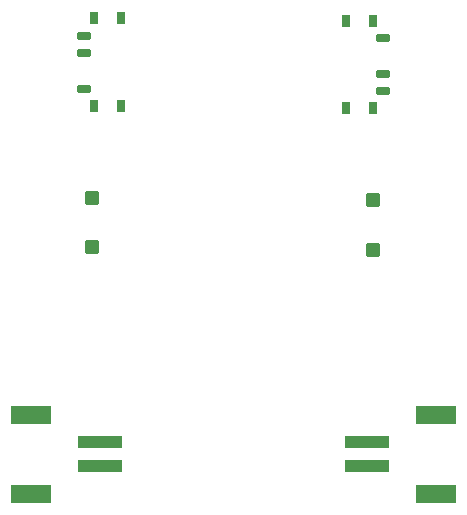
<source format=gbr>
G04 #@! TF.GenerationSoftware,KiCad,Pcbnew,9.0.3*
G04 #@! TF.CreationDate,2025-10-28T13:13:55+10:00*
G04 #@! TF.ProjectId,prototype-mk1_panel,70726f74-6f74-4797-9065-2d6d6b315f70,rev?*
G04 #@! TF.SameCoordinates,Original*
G04 #@! TF.FileFunction,Paste,Top*
G04 #@! TF.FilePolarity,Positive*
%FSLAX46Y46*%
G04 Gerber Fmt 4.6, Leading zero omitted, Abs format (unit mm)*
G04 Created by KiCad (PCBNEW 9.0.3) date 2025-10-28 13:13:55*
%MOMM*%
%LPD*%
G01*
G04 APERTURE LIST*
G04 Aperture macros list*
%AMRoundRect*
0 Rectangle with rounded corners*
0 $1 Rounding radius*
0 $2 $3 $4 $5 $6 $7 $8 $9 X,Y pos of 4 corners*
0 Add a 4 corners polygon primitive as box body*
4,1,4,$2,$3,$4,$5,$6,$7,$8,$9,$2,$3,0*
0 Add four circle primitives for the rounded corners*
1,1,$1+$1,$2,$3*
1,1,$1+$1,$4,$5*
1,1,$1+$1,$6,$7*
1,1,$1+$1,$8,$9*
0 Add four rect primitives between the rounded corners*
20,1,$1+$1,$2,$3,$4,$5,0*
20,1,$1+$1,$4,$5,$6,$7,0*
20,1,$1+$1,$6,$7,$8,$9,0*
20,1,$1+$1,$8,$9,$2,$3,0*%
G04 Aperture macros list end*
%ADD10RoundRect,0.180000X0.420000X-0.420000X0.420000X0.420000X-0.420000X0.420000X-0.420000X-0.420000X0*%
%ADD11RoundRect,0.090000X-0.535000X0.210000X-0.535000X-0.210000X0.535000X-0.210000X0.535000X0.210000X0*%
%ADD12RoundRect,0.105000X-0.245000X-0.445000X0.245000X-0.445000X0.245000X0.445000X-0.245000X0.445000X0*%
%ADD13R,3.800000X1.000000*%
%ADD14R,3.400000X1.500000*%
%ADD15RoundRect,0.180000X-0.420000X0.420000X-0.420000X-0.420000X0.420000X-0.420000X0.420000X0.420000X0*%
%ADD16RoundRect,0.090000X0.535000X-0.210000X0.535000X0.210000X-0.535000X0.210000X-0.535000X-0.210000X0*%
%ADD17RoundRect,0.105000X0.245000X0.445000X-0.245000X0.445000X-0.245000X-0.445000X0.245000X-0.445000X0*%
G04 APERTURE END LIST*
D10*
X206766319Y-58101979D03*
X206766319Y-53901979D03*
D11*
X207686511Y-40190719D03*
X207686511Y-43190719D03*
X207686511Y-44690719D03*
D12*
X204536511Y-46140719D03*
X206836511Y-46140719D03*
X204536511Y-38740719D03*
X206836511Y-38740719D03*
D13*
X183726992Y-74428240D03*
X183726992Y-76428240D03*
D14*
X177866992Y-78778240D03*
X177866992Y-72078240D03*
D15*
X183026800Y-53689500D03*
X183026800Y-57889500D03*
D13*
X206256511Y-76428240D03*
X206256511Y-74428240D03*
D14*
X212116511Y-72078240D03*
X212116511Y-78778240D03*
D16*
X182296992Y-44478240D03*
X182296992Y-41478240D03*
X182296992Y-39978240D03*
D17*
X185446992Y-38528240D03*
X183146992Y-38528240D03*
X185446992Y-45928240D03*
X183146992Y-45928240D03*
M02*

</source>
